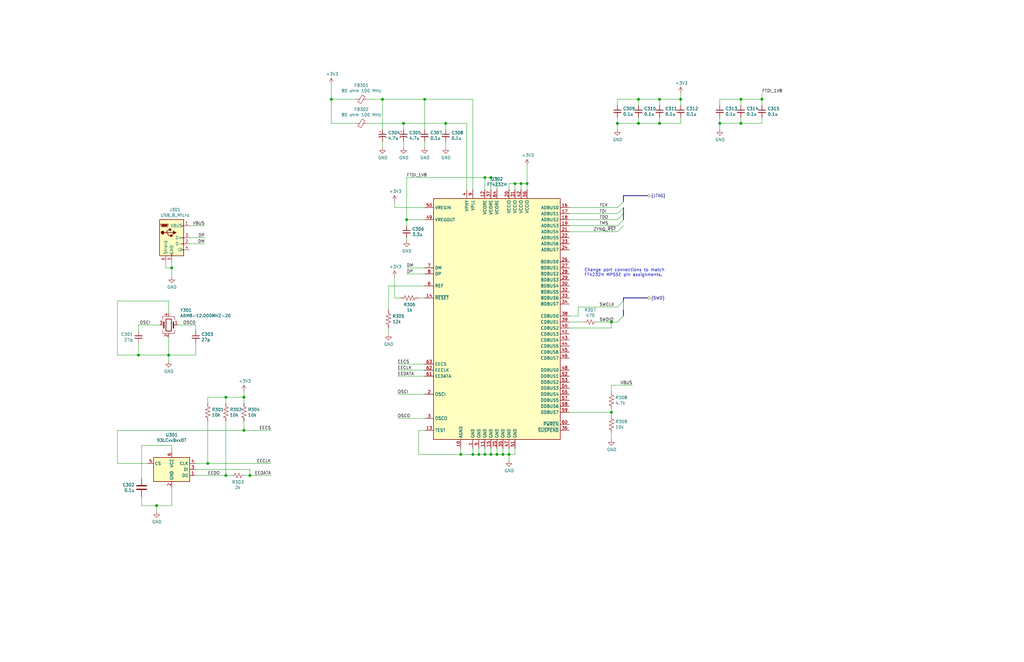
<source format=kicad_sch>
(kicad_sch (version 20200714) (host eeschema "5.99.0-unknown-a146cd9~102~ubuntu20.04.1")
  (page 3 15)
  (paper "B")
  (title_block (title "FTDI") (date "2020-07-15") (rev "1.0") (comment 1 "Drawn by: Cameron McQuinn"))
  (lib_symbols
    (symbol "Connector:USB_B_Micro"
      (property "Reference" "J" (at -5.08 11.43 0))
      (property "Value" "USB_B_Micro" (at -5.08 8.89 0))
      (symbol "USB_B_Micro_0_1"
        (circle (center -3.81 2.159) (radius 0.635) (stroke (width 0.254)) (fill (type outline)))
        (circle (center -0.635 3.429) (radius 0.381) (stroke (width 0.254)) (fill (type outline)))
        (rectangle (start -5.08 -7.62) (end 5.08 7.62) (stroke (width 0.254)) (fill (type background)))
        (rectangle (start -0.127 -7.62) (end 0.127 -6.858))
        (rectangle (start 0.254 1.27) (end -0.508 0.508) (stroke (width 0.254)) (fill (type outline)))
        (rectangle (start 5.08 -5.207) (end 4.318 -4.953))
        (rectangle (start 5.08 -2.667) (end 4.318 -2.413))
        (rectangle (start 5.08 -0.127) (end 4.318 0.127))
        (rectangle (start 5.08 4.953) (end 4.318 5.207))
        (polyline (pts (xy -1.905 2.159) (xy 0.635 2.159)) (stroke (width 0.254)))
        (polyline (pts (xy -3.175 2.159) (xy -2.54 2.159) (xy -1.27 3.429) (xy -0.635 3.429)) (stroke (width 0.254)))
        (polyline (pts (xy -2.54 2.159) (xy -1.905 2.159) (xy -1.27 0.889) (xy 0 0.889)) (stroke (width 0.254)))
        (polyline (pts (xy 0.635 2.794) (xy 0.635 1.524) (xy 1.905 2.159) (xy 0.635 2.794)) (stroke (width 0.254)) (fill (type outline)))
        (polyline (pts (xy -4.318 5.588) (xy -1.778 5.588) (xy -2.032 4.826) (xy -4.064 4.826) (xy -4.318 5.588)) (fill (type outline)))
        (polyline (pts (xy -4.699 5.842) (xy -4.699 5.588) (xy -4.445 4.826) (xy -4.445 4.572) (xy -1.651 4.572) (xy -1.651 4.826) (xy -1.397 5.588) (xy -1.397 5.842) (xy -4.699 5.842)))
      )
      (symbol "USB_B_Micro_1_1"
        (pin power_out line (at 7.62 5.08 180) (length 2.54) (name "VBUS") (number "1"))
        (pin passive line (at 7.62 -2.54 180) (length 2.54) (name "D-") (number "2"))
        (pin passive line (at 7.62 0 180) (length 2.54) (name "D+") (number "3"))
        (pin passive line (at 7.62 -5.08 180) (length 2.54) (name "ID") (number "4"))
        (pin power_out line (at 0 -10.16 90) (length 2.54) (name "GND") (number "5"))
        (pin passive line (at -2.54 -10.16 90) (length 2.54) (name "Shield") (number "6"))
      )
    )
    (symbol "Device:C" (pin_numbers hide) (pin_names (offset 0.254))
      (property "Reference" "C" (at 0.635 2.54 0))
      (property "Value" "C" (at 0.635 -2.54 0))
      (symbol "C_0_1"
        (polyline (pts (xy -2.032 -0.762) (xy 2.032 -0.762)) (stroke (width 0.508)))
        (polyline (pts (xy -2.032 0.762) (xy 2.032 0.762)) (stroke (width 0.508)))
      )
      (symbol "C_1_1"
        (pin passive line (at 0 3.81 270) (length 2.794) (name "~") (number "1"))
        (pin passive line (at 0 -3.81 90) (length 2.794) (name "~") (number "2"))
      )
    )
    (symbol "Device:CP1_Small" (pin_numbers hide) (pin_names (offset 0.254) hide)
      (property "Reference" "C" (at 0.254 1.778 0))
      (property "Value" "CP1_Small" (at 0.254 -2.032 0))
      (symbol "CP1_Small_0_1"
        (arc (start -1.524 -0.762) (end 1.524 -0.762) (radius (at 0 -3.556) (length 3.175) (angles 118.6 61.4)) (stroke (width 0.3048)))
        (polyline (pts (xy -1.524 0.508) (xy 1.524 0.508)) (stroke (width 0.3048)))
        (polyline (pts (xy -1.27 1.524) (xy -0.762 1.524)))
        (polyline (pts (xy -1.016 1.27) (xy -1.016 1.778)))
      )
      (symbol "CP1_Small_1_1"
        (pin passive line (at 0 2.54 270) (length 2.032) (name "~") (number "1"))
        (pin passive line (at 0 -2.54 90) (length 2.032) (name "~") (number "2"))
      )
    )
    (symbol "Device:C_Small" (pin_numbers hide) (pin_names (offset 0.254) hide)
      (property "Reference" "C" (at 0.254 1.778 0))
      (property "Value" "C_Small" (at 0.254 -2.032 0))
      (symbol "C_Small_0_1"
        (polyline (pts (xy -1.524 -0.508) (xy 1.524 -0.508)) (stroke (width 0.3302)))
        (polyline (pts (xy -1.524 0.508) (xy 1.524 0.508)) (stroke (width 0.3048)))
      )
      (symbol "C_Small_1_1"
        (pin passive line (at 0 2.54 270) (length 2.032) (name "~") (number "1"))
        (pin passive line (at 0 -2.54 90) (length 2.032) (name "~") (number "2"))
      )
    )
    (symbol "Device:Crystal_GND24" (pin_names hide)
      (property "Reference" "Y" (at 3.175 5.08 0))
      (property "Value" "Crystal_GND24" (at 3.175 3.175 0))
      (symbol "Crystal_GND24_0_1"
        (rectangle (start -1.143 2.54) (end 1.143 -2.54) (stroke (width 0.3048)))
        (polyline (pts (xy -2.54 0) (xy -2.032 0)))
        (polyline (pts (xy -2.032 -1.27) (xy -2.032 1.27)) (stroke (width 0.508)))
        (polyline (pts (xy 0 -3.81) (xy 0 -3.556)))
        (polyline (pts (xy 0 3.556) (xy 0 3.81)))
        (polyline (pts (xy 2.032 -1.27) (xy 2.032 1.27)) (stroke (width 0.508)))
        (polyline (pts (xy 2.032 0) (xy 2.54 0)))
        (polyline (pts (xy -2.54 -2.286) (xy -2.54 -3.556) (xy 2.54 -3.556) (xy 2.54 -2.286)))
        (polyline (pts (xy -2.54 2.286) (xy -2.54 3.556) (xy 2.54 3.556) (xy 2.54 2.286)))
      )
      (symbol "Crystal_GND24_1_1"
        (pin passive line (at -3.81 0 0) (length 1.27) (name "1") (number "1"))
        (pin passive line (at 0 5.08 270) (length 1.27) (name "2") (number "2"))
        (pin passive line (at 3.81 0 180) (length 1.27) (name "3") (number "3"))
        (pin passive line (at 0 -5.08 90) (length 1.27) (name "4") (number "4"))
      )
    )
    (symbol "Device:Ferrite_Bead_Small" (pin_numbers hide) (pin_names (offset 0))
      (property "Reference" "FB" (at 1.905 1.27 0))
      (property "Value" "Ferrite_Bead_Small" (at 1.905 -1.27 0))
      (symbol "Ferrite_Bead_Small_0_1"
        (polyline (pts (xy 0 -1.27) (xy 0 -0.7874)))
        (polyline (pts (xy 0 0.889) (xy 0 1.2954)))
        (polyline (pts (xy -1.8288 0.2794) (xy -1.1176 1.4986) (xy 1.8288 -0.2032) (xy 1.1176 -1.4224) (xy -1.8288 0.2794)))
      )
      (symbol "Ferrite_Bead_Small_1_1"
        (pin passive line (at 0 2.54 270) (length 1.27) (name "~") (number "1"))
        (pin passive line (at 0 -2.54 90) (length 1.27) (name "~") (number "2"))
      )
    )
    (symbol "Device:R_Small_US" (pin_numbers hide) (pin_names (offset 0.254) hide)
      (property "Reference" "R" (at 0.762 0.508 0))
      (property "Value" "R_Small_US" (at 0.762 -1.016 0))
      (symbol "R_Small_US_1_1"
        (polyline (pts (xy 0 0) (xy 1.016 -0.381) (xy 0 -0.762) (xy -1.016 -1.143) (xy 0 -1.524)))
        (polyline (pts (xy 0 1.524) (xy 1.016 1.143) (xy 0 0.762) (xy -1.016 0.381) (xy 0 0)))
        (pin passive line (at 0 2.54 270) (length 1.016) (name "~") (number "1"))
        (pin passive line (at 0 -2.54 90) (length 1.016) (name "~") (number "2"))
      )
    )
    (symbol "Device:R_US" (pin_numbers hide) (pin_names (offset 0))
      (property "Reference" "R" (at 2.54 0 90))
      (property "Value" "R_US" (at -2.54 0 90))
      (symbol "R_US_0_1"
        (polyline (pts (xy 0 -2.286) (xy 0 -2.54)))
        (polyline (pts (xy 0 2.286) (xy 0 2.54)))
        (polyline (pts (xy 0 -0.762) (xy 1.016 -1.143) (xy 0 -1.524) (xy -1.016 -1.905) (xy 0 -2.286)))
        (polyline (pts (xy 0 0.762) (xy 1.016 0.381) (xy 0 0) (xy -1.016 -0.381) (xy 0 -0.762)))
        (polyline (pts (xy 0 2.286) (xy 1.016 1.905) (xy 0 1.524) (xy -1.016 1.143) (xy 0 0.762)))
      )
      (symbol "R_US_1_1"
        (pin passive line (at 0 3.81 270) (length 1.27) (name "~") (number "1"))
        (pin passive line (at 0 -3.81 90) (length 1.27) (name "~") (number "2"))
      )
    )
    (symbol "Interface_USB:FT4232H" (pin_names (offset 0.508))
      (property "Reference" "U" (at -26.67 53.34 0))
      (property "Value" "FT4232H" (at 19.05 53.34 0))
      (symbol "FT4232H_0_1"
        (rectangle (start -26.67 -49.53) (end 26.67 52.07) (stroke (width 0.254)) (fill (type background)))
      )
      (symbol "FT4232H_1_1"
        (pin power_in line (at -10.16 -53.34 90) (length 3.81) (name "GND") (number "1"))
        (pin power_in line (at -15.24 -53.34 90) (length 3.81) (name "AGND") (number "10"))
        (pin power_in line (at -5.08 -53.34 90) (length 3.81) (name "GND") (number "11"))
        (pin power_in line (at -5.08 55.88 270) (length 3.81) (name "VCORE") (number "12"))
        (pin input line (at -30.48 -45.72 0) (length 3.81) (name "TEST") (number "13"))
        (pin input line (at -30.48 10.16 0) (length 3.81) (name "~RESET") (number "14"))
        (pin power_in line (at -2.54 -53.34 90) (length 3.81) (name "GND") (number "15"))
        (pin bidirectional line (at 30.48 48.26 180) (length 3.81) (name "ADBUS0") (number "16"))
        (pin bidirectional line (at 30.48 45.72 180) (length 3.81) (name "ADBUS1") (number "17"))
        (pin bidirectional line (at 30.48 43.18 180) (length 3.81) (name "ADBUS2") (number "18"))
        (pin bidirectional line (at 30.48 40.64 180) (length 3.81) (name "ADBUS3") (number "19"))
        (pin input line (at -30.48 -30.48 0) (length 3.81) (name "OSCI") (number "2"))
        (pin power_in line (at 5.08 55.88 270) (length 3.81) (name "VCCIO") (number "20"))
        (pin bidirectional line (at 30.48 38.1 180) (length 3.81) (name "ADBUS4") (number "21"))
        (pin bidirectional line (at 30.48 35.56 180) (length 3.81) (name "ADBUS5") (number "22"))
        (pin bidirectional line (at 30.48 33.02 180) (length 3.81) (name "ADBUS6") (number "23"))
        (pin bidirectional line (at 30.48 30.48 180) (length 3.81) (name "ADBUS7") (number "24"))
        (pin power_in line (at 0 -53.34 90) (length 3.81) (name "GND") (number "25"))
        (pin bidirectional line (at 30.48 25.4 180) (length 3.81) (name "BDBUS0") (number "26"))
        (pin bidirectional line (at 30.48 22.86 180) (length 3.81) (name "BDBUS1") (number "27"))
        (pin bidirectional line (at 30.48 20.32 180) (length 3.81) (name "BDBUS2") (number "28"))
        (pin bidirectional line (at 30.48 17.78 180) (length 3.81) (name "BDBUS3") (number "29"))
        (pin output line (at -30.48 -40.64 0) (length 3.81) (name "OSCO") (number "3"))
        (pin bidirectional line (at 30.48 15.24 180) (length 3.81) (name "BDBUS4") (number "30"))
        (pin power_in line (at 7.62 55.88 270) (length 3.81) (name "VCCIO") (number "31"))
        (pin bidirectional line (at 30.48 12.7 180) (length 3.81) (name "BDBUS5") (number "32"))
        (pin bidirectional line (at 30.48 10.16 180) (length 3.81) (name "BDBUS6") (number "33"))
        (pin bidirectional line (at 30.48 7.62 180) (length 3.81) (name "BDBUS7") (number "34"))
        (pin power_in line (at 2.54 -53.34 90) (length 3.81) (name "GND") (number "35"))
        (pin output line (at 30.48 -45.72 180) (length 3.81) (name "~SUSPEND") (number "36"))
        (pin power_in line (at -2.54 55.88 270) (length 3.81) (name "VCORE") (number "37"))
        (pin bidirectional line (at 30.48 2.54 180) (length 3.81) (name "CDBUS0") (number "38"))
        (pin bidirectional line (at 30.48 0 180) (length 3.81) (name "CDBUS1") (number "39"))
        (pin power_in line (at -12.7 55.88 270) (length 3.81) (name "VPHY") (number "4"))
        (pin bidirectional line (at 30.48 -2.54 180) (length 3.81) (name "CDBUS2") (number "40"))
        (pin bidirectional line (at 30.48 -5.08 180) (length 3.81) (name "CDBUS3") (number "41"))
        (pin power_in line (at 10.16 55.88 270) (length 3.81) (name "VCCIO") (number "42"))
        (pin bidirectional line (at 30.48 -7.62 180) (length 3.81) (name "CDBUS4") (number "43"))
        (pin bidirectional line (at 30.48 -10.16 180) (length 3.81) (name "CDBUS5") (number "44"))
        (pin bidirectional line (at 30.48 -12.7 180) (length 3.81) (name "CDBUS6") (number "45"))
        (pin bidirectional line (at 30.48 -15.24 180) (length 3.81) (name "CDBUS7") (number "46"))
        (pin power_in line (at 5.08 -53.34 90) (length 3.81) (name "GND") (number "47"))
        (pin bidirectional line (at 30.48 -20.32 180) (length 3.81) (name "DDBUS0") (number "48"))
        (pin power_out line (at -30.48 43.18 0) (length 3.81) (name "VREGOUT") (number "49"))
        (pin power_in line (at -7.62 -53.34 90) (length 3.81) (name "GND") (number "5"))
        (pin power_in line (at -30.48 48.26 0) (length 3.81) (name "VREGIN") (number "50"))
        (pin power_in line (at 7.62 -53.34 90) (length 3.81) (name "GND") (number "51"))
        (pin bidirectional line (at 30.48 -22.86 180) (length 3.81) (name "DDBUS1") (number "52"))
        (pin bidirectional line (at 30.48 -25.4 180) (length 3.81) (name "DDBUS2") (number "53"))
        (pin bidirectional line (at 30.48 -27.94 180) (length 3.81) (name "DDBUS3") (number "54"))
        (pin bidirectional line (at 30.48 -30.48 180) (length 3.81) (name "DDBUS4") (number "55"))
        (pin power_in line (at 12.7 55.88 270) (length 3.81) (name "VCCIO") (number "56"))
        (pin bidirectional line (at 30.48 -33.02 180) (length 3.81) (name "DDBUS5") (number "57"))
        (pin bidirectional line (at 30.48 -35.56 180) (length 3.81) (name "DDBUS6") (number "58"))
        (pin bidirectional line (at 30.48 -38.1 180) (length 3.81) (name "DDBUS7") (number "59"))
        (pin input line (at -30.48 15.24 0) (length 3.81) (name "REF") (number "6"))
        (pin output line (at 30.48 -43.18 180) (length 3.81) (name "~PWREN") (number "60"))
        (pin bidirectional line (at -30.48 -22.86 0) (length 3.81) (name "EEDATA") (number "61"))
        (pin output line (at -30.48 -20.32 0) (length 3.81) (name "EECLK") (number "62"))
        (pin output line (at -30.48 -17.78 0) (length 3.81) (name "EECS") (number "63"))
        (pin power_in line (at 0 55.88 270) (length 3.81) (name "VCORE") (number "64"))
        (pin bidirectional line (at -30.48 22.86 0) (length 3.81) (name "DM") (number "7"))
        (pin bidirectional line (at -30.48 20.32 0) (length 3.81) (name "DP") (number "8"))
        (pin power_in line (at -10.16 55.88 270) (length 3.81) (name "VPLL") (number "9"))
      )
    )
    (symbol "Memory_EEPROM:93LCxxBxxOT" (pin_names (offset 0.508))
      (property "Reference" "U" (at -6.35 6.35 0))
      (property "Value" "93LCxxBxxOT" (at 7.62 -6.35 0))
      (symbol "93LCxxBxxOT_0_1"
        (rectangle (start -7.62 5.08) (end 7.62 -5.08) (stroke (width 0.254)) (fill (type background)))
      )
      (symbol "93LCxxBxxOT_1_1"
        (pin tri_state line (at 10.16 -2.54 180) (length 2.54) (name "DO") (number "1"))
        (pin power_in line (at 0 -7.62 90) (length 2.54) (name "GND") (number "2"))
        (pin input line (at 10.16 0 180) (length 2.54) (name "DI") (number "3"))
        (pin input line (at 10.16 2.54 180) (length 2.54) (name "CLK") (number "4"))
        (pin input line (at -10.16 2.54 0) (length 2.54) (name "CS") (number "5"))
        (pin power_in line (at 0 7.62 270) (length 2.54) (name "VCC") (number "6"))
      )
    )
    (symbol "power:+3V3" (power) (pin_names (offset 0))
      (property "Value" "+3V3" (at 0 3.556 0))
      (symbol "+3V3_0_1"
        (polyline (pts (xy -0.762 1.27) (xy 0 2.54)))
        (polyline (pts (xy 0 0) (xy 0 2.54)))
        (polyline (pts (xy 0 2.54) (xy 0.762 1.27)))
      )
      (symbol "+3V3_1_1"
        (pin power_in line (at 0 0 90) (length 0) hide (name "+3V3") (number "1"))
      )
    )
    (symbol "power:GND" (power) (pin_names (offset 0))
      (property "Value" "GND" (at 0 -3.81 0))
      (symbol "GND_0_1"
        (polyline (pts (xy 0 0) (xy 0 -1.27) (xy 1.27 -1.27) (xy 0 -2.54) (xy -1.27 -1.27) (xy 0 -1.27)))
      )
      (symbol "GND_1_1"
        (pin power_in line (at 0 0 270) (length 0) hide (name "GND") (number "1"))
      )
    )
  )
  (junction (at 58.42 149.86) (diameter 1.016))
  (junction (at 66.04 213.36) (diameter 1.016))
  (junction (at 71.12 149.86) (diameter 1.016))
  (junction (at 72.39 113.03) (diameter 1.016))
  (junction (at 87.63 195.58) (diameter 1.016))
  (junction (at 95.25 167.64) (diameter 1.016))
  (junction (at 95.25 200.66) (diameter 1.016))
  (junction (at 102.87 167.64) (diameter 1.016))
  (junction (at 102.87 181.61) (diameter 1.016))
  (junction (at 105.41 200.66) (diameter 1.016))
  (junction (at 139.7 41.91) (diameter 1.016))
  (junction (at 161.29 41.91) (diameter 1.016))
  (junction (at 170.18 52.07) (diameter 1.016))
  (junction (at 171.45 92.71) (diameter 1.016))
  (junction (at 179.07 41.91) (diameter 1.016))
  (junction (at 187.96 52.07) (diameter 1.016))
  (junction (at 194.31 191.77) (diameter 1.016))
  (junction (at 199.39 191.77) (diameter 1.016))
  (junction (at 201.93 191.77) (diameter 1.016))
  (junction (at 204.47 74.93) (diameter 1.016))
  (junction (at 204.47 191.77) (diameter 1.016))
  (junction (at 207.01 74.93) (diameter 1.016))
  (junction (at 207.01 191.77) (diameter 1.016))
  (junction (at 209.55 191.77) (diameter 1.016))
  (junction (at 212.09 191.77) (diameter 1.016))
  (junction (at 214.63 191.77) (diameter 1.016))
  (junction (at 217.17 77.47) (diameter 1.016))
  (junction (at 219.71 77.47) (diameter 1.016))
  (junction (at 222.25 77.47) (diameter 1.016))
  (junction (at 257.81 135.89) (diameter 1.016))
  (junction (at 257.81 173.99) (diameter 1.016))
  (junction (at 260.35 52.07) (diameter 1.016))
  (junction (at 269.24 41.91) (diameter 1.016))
  (junction (at 269.24 52.07) (diameter 1.016))
  (junction (at 278.13 41.91) (diameter 1.016))
  (junction (at 278.13 52.07) (diameter 1.016))
  (junction (at 287.02 41.91) (diameter 1.016))
  (junction (at 303.53 52.07) (diameter 1.016))
  (junction (at 312.42 41.91) (diameter 1.016))
  (junction (at 312.42 52.07) (diameter 1.016))
  (junction (at 321.31 41.91) (diameter 1.016))
  (bus_entry (at 260.35 129.54) (size 2.54 -2.54) (stroke (width 0.1524)))
  (bus_entry (at 260.35 135.89) (size 2.54 -2.54) (stroke (width 0.1524)))
  (bus_entry (at 262.89 85.09) (size -2.54 2.54) (stroke (width 0.1524)))
  (bus_entry (at 262.89 87.63) (size -2.54 2.54) (stroke (width 0.1524)))
  (bus_entry (at 262.89 90.17) (size -2.54 2.54) (stroke (width 0.1524)))
  (bus_entry (at 262.89 92.71) (size -2.54 2.54) (stroke (width 0.1524)))
  (bus_entry (at 262.89 95.25) (size -2.54 2.54) (stroke (width 0.1524)))
  (wire (pts (xy 49.53 127) (xy 49.53 149.86)))
  (wire (pts (xy 49.53 149.86) (xy 58.42 149.86)))
  (wire (pts (xy 49.53 181.61) (xy 49.53 195.58)))
  (wire (pts (xy 49.53 181.61) (xy 102.87 181.61)))
  (wire (pts (xy 49.53 195.58) (xy 62.23 195.58)))
  (wire (pts (xy 58.42 137.16) (xy 58.42 139.7)))
  (wire (pts (xy 58.42 149.86) (xy 58.42 144.78)))
  (wire (pts (xy 58.42 149.86) (xy 71.12 149.86)))
  (wire (pts (xy 59.69 187.96) (xy 72.39 187.96)))
  (wire (pts (xy 59.69 201.93) (xy 59.69 187.96)))
  (wire (pts (xy 59.69 213.36) (xy 59.69 209.55)))
  (wire (pts (xy 66.04 213.36) (xy 59.69 213.36)))
  (wire (pts (xy 66.04 213.36) (xy 66.04 215.9)))
  (wire (pts (xy 67.31 137.16) (xy 58.42 137.16)))
  (wire (pts (xy 69.85 113.03) (xy 69.85 110.49)))
  (wire (pts (xy 71.12 127) (xy 49.53 127)))
  (wire (pts (xy 71.12 132.08) (xy 71.12 127)))
  (wire (pts (xy 71.12 142.24) (xy 71.12 149.86)))
  (wire (pts (xy 71.12 149.86) (xy 71.12 152.4)))
  (wire (pts (xy 71.12 149.86) (xy 82.55 149.86)))
  (wire (pts (xy 72.39 110.49) (xy 72.39 113.03)))
  (wire (pts (xy 72.39 113.03) (xy 69.85 113.03)))
  (wire (pts (xy 72.39 116.84) (xy 72.39 113.03)))
  (wire (pts (xy 72.39 187.96) (xy 72.39 190.5)))
  (wire (pts (xy 72.39 205.74) (xy 72.39 213.36)))
  (wire (pts (xy 72.39 213.36) (xy 66.04 213.36)))
  (wire (pts (xy 74.93 137.16) (xy 82.55 137.16)))
  (wire (pts (xy 80.01 95.25) (xy 86.36 95.25)))
  (wire (pts (xy 80.01 100.33) (xy 86.36 100.33)))
  (wire (pts (xy 80.01 102.87) (xy 86.36 102.87)))
  (wire (pts (xy 82.55 137.16) (xy 82.55 139.7)))
  (wire (pts (xy 82.55 149.86) (xy 82.55 144.78)))
  (wire (pts (xy 82.55 195.58) (xy 87.63 195.58)))
  (wire (pts (xy 82.55 198.12) (xy 105.41 198.12)))
  (wire (pts (xy 82.55 200.66) (xy 95.25 200.66)))
  (wire (pts (xy 87.63 167.64) (xy 87.63 170.18)))
  (wire (pts (xy 87.63 167.64) (xy 95.25 167.64)))
  (wire (pts (xy 87.63 177.8) (xy 87.63 195.58)))
  (wire (pts (xy 87.63 195.58) (xy 114.3 195.58)))
  (wire (pts (xy 95.25 167.64) (xy 102.87 167.64)))
  (wire (pts (xy 95.25 170.18) (xy 95.25 167.64)))
  (wire (pts (xy 95.25 177.8) (xy 95.25 200.66)))
  (wire (pts (xy 95.25 200.66) (xy 97.79 200.66)))
  (wire (pts (xy 102.87 165.1) (xy 102.87 167.64)))
  (wire (pts (xy 102.87 167.64) (xy 102.87 170.18)))
  (wire (pts (xy 102.87 177.8) (xy 102.87 181.61)))
  (wire (pts (xy 102.87 181.61) (xy 114.3 181.61)))
  (wire (pts (xy 102.87 200.66) (xy 105.41 200.66)))
  (wire (pts (xy 105.41 200.66) (xy 105.41 198.12)))
  (wire (pts (xy 105.41 200.66) (xy 114.3 200.66)))
  (wire (pts (xy 139.7 35.56) (xy 139.7 41.91)))
  (wire (pts (xy 139.7 41.91) (xy 139.7 52.07)))
  (wire (pts (xy 139.7 41.91) (xy 149.86 41.91)))
  (wire (pts (xy 139.7 52.07) (xy 149.86 52.07)))
  (wire (pts (xy 154.94 41.91) (xy 161.29 41.91)))
  (wire (pts (xy 154.94 52.07) (xy 170.18 52.07)))
  (wire (pts (xy 161.29 41.91) (xy 161.29 54.61)))
  (wire (pts (xy 161.29 41.91) (xy 179.07 41.91)))
  (wire (pts (xy 161.29 59.69) (xy 161.29 62.23)))
  (wire (pts (xy 163.83 120.65) (xy 163.83 130.81)))
  (wire (pts (xy 163.83 138.43) (xy 163.83 140.97)))
  (wire (pts (xy 166.37 85.09) (xy 166.37 87.63)))
  (wire (pts (xy 166.37 87.63) (xy 179.07 87.63)))
  (wire (pts (xy 166.37 116.84) (xy 166.37 125.73)))
  (wire (pts (xy 166.37 125.73) (xy 168.91 125.73)))
  (wire (pts (xy 167.64 153.67) (xy 179.07 153.67)))
  (wire (pts (xy 167.64 156.21) (xy 179.07 156.21)))
  (wire (pts (xy 167.64 158.75) (xy 179.07 158.75)))
  (wire (pts (xy 167.64 166.37) (xy 179.07 166.37)))
  (wire (pts (xy 167.64 176.53) (xy 179.07 176.53)))
  (wire (pts (xy 170.18 52.07) (xy 187.96 52.07)))
  (wire (pts (xy 170.18 54.61) (xy 170.18 52.07)))
  (wire (pts (xy 170.18 59.69) (xy 170.18 62.23)))
  (wire (pts (xy 171.45 74.93) (xy 204.47 74.93)))
  (wire (pts (xy 171.45 92.71) (xy 171.45 74.93)))
  (wire (pts (xy 171.45 92.71) (xy 171.45 95.25)))
  (wire (pts (xy 171.45 92.71) (xy 179.07 92.71)))
  (wire (pts (xy 171.45 100.33) (xy 171.45 101.6)))
  (wire (pts (xy 171.45 113.03) (xy 179.07 113.03)))
  (wire (pts (xy 171.45 115.57) (xy 179.07 115.57)))
  (wire (pts (xy 176.53 125.73) (xy 179.07 125.73)))
  (wire (pts (xy 176.53 181.61) (xy 176.53 191.77)))
  (wire (pts (xy 176.53 191.77) (xy 194.31 191.77)))
  (wire (pts (xy 179.07 41.91) (xy 179.07 54.61)))
  (wire (pts (xy 179.07 41.91) (xy 199.39 41.91)))
  (wire (pts (xy 179.07 59.69) (xy 179.07 62.23)))
  (wire (pts (xy 179.07 120.65) (xy 163.83 120.65)))
  (wire (pts (xy 179.07 181.61) (xy 176.53 181.61)))
  (wire (pts (xy 187.96 52.07) (xy 187.96 54.61)))
  (wire (pts (xy 187.96 52.07) (xy 196.85 52.07)))
  (wire (pts (xy 187.96 59.69) (xy 187.96 62.23)))
  (wire (pts (xy 194.31 189.23) (xy 194.31 191.77)))
  (wire (pts (xy 194.31 191.77) (xy 199.39 191.77)))
  (wire (pts (xy 196.85 52.07) (xy 196.85 80.01)))
  (wire (pts (xy 199.39 41.91) (xy 199.39 80.01)))
  (wire (pts (xy 199.39 189.23) (xy 199.39 191.77)))
  (wire (pts (xy 199.39 191.77) (xy 201.93 191.77)))
  (wire (pts (xy 201.93 189.23) (xy 201.93 191.77)))
  (wire (pts (xy 201.93 191.77) (xy 204.47 191.77)))
  (wire (pts (xy 204.47 74.93) (xy 207.01 74.93)))
  (wire (pts (xy 204.47 80.01) (xy 204.47 74.93)))
  (wire (pts (xy 204.47 191.77) (xy 204.47 189.23)))
  (wire (pts (xy 204.47 191.77) (xy 207.01 191.77)))
  (wire (pts (xy 207.01 74.93) (xy 207.01 80.01)))
  (wire (pts (xy 207.01 191.77) (xy 207.01 189.23)))
  (wire (pts (xy 207.01 191.77) (xy 209.55 191.77)))
  (wire (pts (xy 209.55 74.93) (xy 207.01 74.93)))
  (wire (pts (xy 209.55 74.93) (xy 209.55 80.01)))
  (wire (pts (xy 209.55 191.77) (xy 209.55 189.23)))
  (wire (pts (xy 209.55 191.77) (xy 212.09 191.77)))
  (wire (pts (xy 212.09 189.23) (xy 212.09 191.77)))
  (wire (pts (xy 212.09 191.77) (xy 214.63 191.77)))
  (wire (pts (xy 214.63 77.47) (xy 217.17 77.47)))
  (wire (pts (xy 214.63 80.01) (xy 214.63 77.47)))
  (wire (pts (xy 214.63 191.77) (xy 214.63 189.23)))
  (wire (pts (xy 214.63 191.77) (xy 214.63 194.31)))
  (wire (pts (xy 214.63 191.77) (xy 217.17 191.77)))
  (wire (pts (xy 217.17 77.47) (xy 217.17 80.01)))
  (wire (pts (xy 217.17 77.47) (xy 219.71 77.47)))
  (wire (pts (xy 217.17 191.77) (xy 217.17 189.23)))
  (wire (pts (xy 219.71 77.47) (xy 219.71 80.01)))
  (wire (pts (xy 219.71 77.47) (xy 222.25 77.47)))
  (wire (pts (xy 222.25 69.85) (xy 222.25 77.47)))
  (wire (pts (xy 222.25 77.47) (xy 222.25 80.01)))
  (wire (pts (xy 240.03 87.63) (xy 260.35 87.63)))
  (wire (pts (xy 240.03 90.17) (xy 260.35 90.17)))
  (wire (pts (xy 240.03 92.71) (xy 260.35 92.71)))
  (wire (pts (xy 240.03 95.25) (xy 260.35 95.25)))
  (wire (pts (xy 240.03 97.79) (xy 260.35 97.79)))
  (wire (pts (xy 240.03 133.35) (xy 243.84 133.35)))
  (wire (pts (xy 240.03 135.89) (xy 246.38 135.89)))
  (wire (pts (xy 240.03 138.43) (xy 257.81 138.43)))
  (wire (pts (xy 240.03 173.99) (xy 257.81 173.99)))
  (wire (pts (xy 243.84 129.54) (xy 260.35 129.54)))
  (wire (pts (xy 243.84 133.35) (xy 243.84 129.54)))
  (wire (pts (xy 251.46 135.89) (xy 257.81 135.89)))
  (wire (pts (xy 257.81 135.89) (xy 260.35 135.89)))
  (wire (pts (xy 257.81 138.43) (xy 257.81 135.89)))
  (wire (pts (xy 257.81 162.56) (xy 266.7 162.56)))
  (wire (pts (xy 257.81 165.1) (xy 257.81 162.56)))
  (wire (pts (xy 257.81 172.72) (xy 257.81 173.99)))
  (wire (pts (xy 257.81 173.99) (xy 257.81 175.26)))
  (wire (pts (xy 257.81 182.88) (xy 257.81 185.42)))
  (wire (pts (xy 260.35 41.91) (xy 269.24 41.91)))
  (wire (pts (xy 260.35 44.45) (xy 260.35 41.91)))
  (wire (pts (xy 260.35 49.53) (xy 260.35 52.07)))
  (wire (pts (xy 260.35 52.07) (xy 260.35 54.61)))
  (wire (pts (xy 260.35 52.07) (xy 269.24 52.07)))
  (wire (pts (xy 269.24 41.91) (xy 269.24 44.45)))
  (wire (pts (xy 269.24 41.91) (xy 278.13 41.91)))
  (wire (pts (xy 269.24 52.07) (xy 269.24 49.53)))
  (wire (pts (xy 269.24 52.07) (xy 278.13 52.07)))
  (wire (pts (xy 278.13 41.91) (xy 278.13 44.45)))
  (wire (pts (xy 278.13 41.91) (xy 287.02 41.91)))
  (wire (pts (xy 278.13 49.53) (xy 278.13 52.07)))
  (wire (pts (xy 278.13 52.07) (xy 287.02 52.07)))
  (wire (pts (xy 287.02 39.37) (xy 287.02 41.91)))
  (wire (pts (xy 287.02 41.91) (xy 287.02 44.45)))
  (wire (pts (xy 287.02 49.53) (xy 287.02 52.07)))
  (wire (pts (xy 303.53 41.91) (xy 312.42 41.91)))
  (wire (pts (xy 303.53 44.45) (xy 303.53 41.91)))
  (wire (pts (xy 303.53 49.53) (xy 303.53 52.07)))
  (wire (pts (xy 303.53 52.07) (xy 303.53 54.61)))
  (wire (pts (xy 303.53 52.07) (xy 312.42 52.07)))
  (wire (pts (xy 312.42 41.91) (xy 312.42 44.45)))
  (wire (pts (xy 312.42 41.91) (xy 321.31 41.91)))
  (wire (pts (xy 312.42 49.53) (xy 312.42 52.07)))
  (wire (pts (xy 312.42 52.07) (xy 321.31 52.07)))
  (wire (pts (xy 321.31 39.37) (xy 321.31 41.91)))
  (wire (pts (xy 321.31 41.91) (xy 321.31 44.45)))
  (wire (pts (xy 321.31 49.53) (xy 321.31 52.07)))
  (bus (pts (xy 262.89 82.55) (xy 262.89 87.63)))
  (bus (pts (xy 262.89 87.63) (xy 262.89 90.17)))
  (bus (pts (xy 262.89 90.17) (xy 262.89 95.25)))
  (bus (pts (xy 262.89 125.73) (xy 262.89 127)))
  (bus (pts (xy 262.89 125.73) (xy 273.05 125.73)))
  (bus (pts (xy 262.89 127) (xy 262.89 130.81)) (stroke (width 0.1524)))
  (bus (pts (xy 262.89 130.81) (xy 262.89 133.35)))
  (bus (pts (xy 273.05 82.55) (xy 262.89 82.55)))
  (text "Change port connections to match\nFT4232H MPSSE pin assignments." (at 246.38 116.84 0) (effects (font (size 1.27 1.27)) (justify left bottom)))
  (label "OSCI" (at 63.5 137.16 180))
  (label "OSCO" (at 82.55 137.16 180))
  (label "VBUS" (at 86.36 95.25 180))
  (label "DP" (at 86.36 100.33 180))
  (label "DM" (at 86.36 102.87 180))
  (label "EEDO" (at 92.71 200.66 180))
  (label "EECS" (at 114.3 181.61 180))
  (label "EECLK" (at 114.3 195.58 180))
  (label "EEDATA" (at 114.3 200.66 180))
  (label "EECS" (at 167.64 153.67 0))
  (label "EECLK" (at 167.64 156.21 0))
  (label "EEDATA" (at 167.64 158.75 0))
  (label "OSCI" (at 167.64 166.37 0))
  (label "OSCO" (at 167.64 176.53 0))
  (label "FTDI_1V8" (at 171.45 74.93 0))
  (label "DM" (at 171.45 113.03 0))
  (label "DP" (at 171.45 115.57 0))
  (label "ZYNQ_~RST" (at 250.19 97.79 0))
  (label "TCK" (at 252.73 87.63 0))
  (label "TDI" (at 252.73 90.17 0))
  (label "TDO" (at 252.73 92.71 0))
  (label "TMS" (at 252.73 95.25 0))
  (label "SWCLK" (at 252.73 129.54 0))
  (label "SWDIO" (at 252.73 135.89 0))
  (label "VBUS" (at 266.7 162.56 180))
  (label "FTDI_1V8" (at 321.31 39.37 0))
  (hierarchical_label "{JTAG}" (shape bidirectional) (at 273.05 82.55 0))
  (hierarchical_label "{SWD}" (shape bidirectional) (at 273.05 125.73 0))
  (symbol (lib_id "power:+3V3") (at 102.87 165.1 0) (unit 1)
    (property "Reference" "#PWR0304" (effects hide))
    (property "Value" "+3V3" (at 103.2383 160.7756 0))
  )
  (symbol (lib_id "power:+3V3") (at 139.7 35.56 0) (unit 1)
    (property "Reference" "#PWR0305" (effects hide))
    (property "Value" "+3V3" (at 140.0683 31.2356 0))
  )
  (symbol (lib_id "power:+3V3") (at 166.37 85.09 0) (unit 1)
    (property "Reference" "#PWR0308" (effects hide))
    (property "Value" "+3V3" (at 166.7383 80.7656 0))
  )
  (symbol (lib_id "power:+3V3") (at 166.37 116.84 0) (unit 1)
    (property "Reference" "#PWR0309" (effects hide))
    (property "Value" "+3V3" (at 166.7383 112.5156 0))
  )
  (symbol (lib_id "power:+3V3") (at 222.25 69.85 0) (unit 1)
    (property "Reference" "#PWR0315" (effects hide))
    (property "Value" "+3V3" (at 222.6183 65.5256 0))
  )
  (symbol (lib_id "power:+3V3") (at 287.02 39.37 0) (unit 1)
    (property "Reference" "#PWR0318" (effects hide))
    (property "Value" "+3V3" (at 287.3883 35.0456 0))
  )
  (symbol (lib_id "power:GND") (at 66.04 215.9 0) (unit 1)
    (property "Reference" "#PWR0301" (effects hide))
    (property "Value" "GND" (at 66.1543 220.2244 0))
  )
  (symbol (lib_id "power:GND") (at 71.12 152.4 0) (unit 1)
    (property "Reference" "#PWR0302" (effects hide))
    (property "Value" "GND" (at 71.2343 156.7244 0))
  )
  (symbol (lib_id "power:GND") (at 72.39 116.84 0) (unit 1)
    (property "Reference" "#PWR0303" (effects hide))
    (property "Value" "GND" (at 72.5043 121.1644 0))
  )
  (symbol (lib_id "power:GND") (at 161.29 62.23 0) (unit 1)
    (property "Reference" "#PWR0306" (effects hide))
    (property "Value" "GND" (at 161.4043 66.5544 0))
  )
  (symbol (lib_id "power:GND") (at 163.83 140.97 0) (unit 1)
    (property "Reference" "#PWR0307" (effects hide))
    (property "Value" "GND" (at 163.9443 145.2944 0))
  )
  (symbol (lib_id "power:GND") (at 170.18 62.23 0) (unit 1)
    (property "Reference" "#PWR0310" (effects hide))
    (property "Value" "GND" (at 170.2943 66.5544 0))
  )
  (symbol (lib_id "power:GND") (at 171.45 101.6 0) (unit 1)
    (property "Reference" "#PWR0311" (effects hide))
    (property "Value" "GND" (at 171.5643 105.9244 0))
  )
  (symbol (lib_id "power:GND") (at 179.07 62.23 0) (unit 1)
    (property "Reference" "#PWR0312" (effects hide))
    (property "Value" "GND" (at 179.1843 66.5544 0))
  )
  (symbol (lib_id "power:GND") (at 187.96 62.23 0) (unit 1)
    (property "Reference" "#PWR0313" (effects hide))
    (property "Value" "GND" (at 188.0743 66.5544 0))
  )
  (symbol (lib_id "power:GND") (at 214.63 194.31 0) (unit 1)
    (property "Reference" "#PWR0314" (effects hide))
    (property "Value" "GND" (at 214.7443 198.6344 0))
  )
  (symbol (lib_id "power:GND") (at 257.81 185.42 0) (unit 1)
    (property "Reference" "#PWR0316" (effects hide))
    (property "Value" "GND" (at 257.9243 189.7444 0))
  )
  (symbol (lib_id "power:GND") (at 260.35 54.61 0) (unit 1)
    (property "Reference" "#PWR0317" (effects hide))
    (property "Value" "GND" (at 260.4643 58.9344 0))
  )
  (symbol (lib_id "power:GND") (at 303.53 54.61 0) (unit 1)
    (property "Reference" "#PWR0319" (effects hide))
    (property "Value" "GND" (at 303.6443 58.9344 0))
  )
  (symbol (lib_id "Device:R_Small_US") (at 100.33 200.66 270) (unit 1)
    (property "Reference" "R303" (at 100.33 203.4604 90))
    (property "Value" "2k" (at 100.33 205.7591 90))
    (property "Footprint" "Resistor_SMD:R_0603_1608Metric" (effects hide))
  )
  (symbol (lib_id "Device:R_Small_US") (at 248.92 135.89 90) (unit 1)
    (property "Reference" "R307" (at 248.92 130.7908 90))
    (property "Value" "470" (at 248.92 133.0895 90))
    (property "Footprint" "Resistor_SMD:R_0603_1608Metric" (effects hide))
  )
  (symbol (lib_id "Device:R_US") (at 87.63 173.99 0) (unit 1)
    (property "Reference" "R301" (at 89.2811 172.8406 0) (effects (justify left)))
    (property "Value" "10k" (at 89.2811 175.1393 0) (effects (justify left)))
    (property "Footprint" "Resistor_SMD:R_0603_1608Metric" (effects hide))
  )
  (symbol (lib_id "Device:R_US") (at 95.25 173.99 0) (unit 1)
    (property "Reference" "R302" (at 96.9011 172.8406 0) (effects (justify left)))
    (property "Value" "10k" (at 96.9011 175.1393 0) (effects (justify left)))
    (property "Footprint" "Resistor_SMD:R_0603_1608Metric" (effects hide))
  )
  (symbol (lib_id "Device:R_US") (at 102.87 173.99 0) (unit 1)
    (property "Reference" "R304" (at 104.5211 172.8406 0) (effects (justify left)))
    (property "Value" "10k" (at 104.5211 175.1393 0) (effects (justify left)))
    (property "Footprint" "Resistor_SMD:R_0603_1608Metric" (effects hide))
  )
  (symbol (lib_id "Device:R_US") (at 163.83 134.62 0) (unit 1)
    (property "Reference" "R305" (at 165.4811 133.4706 0) (effects (justify left)))
    (property "Value" "12k" (at 165.4811 135.7693 0) (effects (justify left)))
    (property "Footprint" "Resistor_SMD:R_0603_1608Metric" (effects hide))
  )
  (symbol (lib_id "Device:R_US") (at 172.72 125.73 90) (unit 1)
    (property "Reference" "R306" (at 172.72 128.5304 90))
    (property "Value" "1k" (at 172.72 130.8291 90))
    (property "Footprint" "Resistor_SMD:R_0603_1608Metric" (effects hide))
  )
  (symbol (lib_id "Device:R_US") (at 257.81 168.91 0) (unit 1)
    (property "Reference" "R308" (at 259.4611 167.7606 0) (effects (justify left)))
    (property "Value" "4.7k" (at 259.4611 170.0593 0) (effects (justify left)))
    (property "Footprint" "Resistor_SMD:R_0603_1608Metric" (effects hide))
  )
  (symbol (lib_id "Device:R_US") (at 257.81 179.07 0) (unit 1)
    (property "Reference" "R309" (at 259.4611 177.9206 0) (effects (justify left)))
    (property "Value" "10k" (at 259.4611 180.2193 0) (effects (justify left)))
    (property "Footprint" "Resistor_SMD:R_0603_1608Metric" (effects hide))
  )
  (symbol (lib_id "Device:CP1_Small") (at 161.29 57.15 0) (unit 1)
    (property "Reference" "C304" (at 163.6015 56.0006 0) (effects (justify left)))
    (property "Value" "4.7u" (at 163.6015 58.2993 0) (effects (justify left)))
    (property "Footprint" "Capacitor_SMD:C_0402_1005Metric" (effects hide))
  )
  (symbol (lib_id "Device:CP1_Small") (at 170.18 57.15 0) (unit 1)
    (property "Reference" "C305" (at 172.4915 56.0006 0) (effects (justify left)))
    (property "Value" "4.7u" (at 172.4915 58.2993 0) (effects (justify left)))
    (property "Footprint" "Capacitor_SMD:C_0402_1005Metric" (effects hide))
  )
  (symbol (lib_id "Device:C_Small") (at 58.42 142.24 0) (mirror x) (unit 1)
    (property "Reference" "C301" (at 56.0958 141.0906 0) (effects (justify right)))
    (property "Value" "27p" (at 56.0958 143.3893 0) (effects (justify right)))
    (property "Footprint" "Capacitor_SMD:C_0402_1005Metric" (effects hide))
  )
  (symbol (lib_id "Device:C_Small") (at 82.55 142.24 0) (unit 1)
    (property "Reference" "C303" (at 84.8742 141.0906 0) (effects (justify left)))
    (property "Value" "27p" (at 84.8742 143.3893 0) (effects (justify left)))
    (property "Footprint" "Capacitor_SMD:C_0402_1005Metric" (effects hide))
  )
  (symbol (lib_id "Device:C_Small") (at 171.45 97.79 0) (unit 1)
    (property "Reference" "C306" (at 173.7742 96.6406 0) (effects (justify left)))
    (property "Value" "3.3u" (at 173.7742 98.9393 0) (effects (justify left)))
    (property "Footprint" "Capacitor_SMD:C_0402_1005Metric" (effects hide))
  )
  (symbol (lib_id "Device:C_Small") (at 179.07 57.15 0) (unit 1)
    (property "Reference" "C307" (at 181.3942 56.0006 0) (effects (justify left)))
    (property "Value" "0.1u" (at 181.3942 58.2993 0) (effects (justify left)))
    (property "Footprint" "Capacitor_SMD:C_0402_1005Metric" (effects hide))
  )
  (symbol (lib_id "Device:C_Small") (at 187.96 57.15 0) (unit 1)
    (property "Reference" "C308" (at 190.2842 56.0006 0) (effects (justify left)))
    (property "Value" "0.1u" (at 190.2842 58.2993 0) (effects (justify left)))
    (property "Footprint" "Capacitor_SMD:C_0402_1005Metric" (effects hide))
  )
  (symbol (lib_id "Device:C_Small") (at 260.35 46.99 0) (unit 1)
    (property "Reference" "C309" (at 262.6742 45.8406 0) (effects (justify left)))
    (property "Value" "0.1u" (at 262.6742 48.1393 0) (effects (justify left)))
    (property "Footprint" "Capacitor_SMD:C_0402_1005Metric" (effects hide))
  )
  (symbol (lib_id "Device:C_Small") (at 269.24 46.99 0) (unit 1)
    (property "Reference" "C310" (at 271.5642 45.8406 0) (effects (justify left)))
    (property "Value" "0.1u" (at 271.5642 48.1393 0) (effects (justify left)))
    (property "Footprint" "Capacitor_SMD:C_0402_1005Metric" (effects hide))
  )
  (symbol (lib_id "Device:C_Small") (at 278.13 46.99 0) (unit 1)
    (property "Reference" "C311" (at 280.4542 45.8406 0) (effects (justify left)))
    (property "Value" "0.1u" (at 280.4542 48.1393 0) (effects (justify left)))
    (property "Footprint" "Capacitor_SMD:C_0402_1005Metric" (effects hide))
  )
  (symbol (lib_id "Device:C_Small") (at 287.02 46.99 0) (unit 1)
    (property "Reference" "C312" (at 289.3442 45.8406 0) (effects (justify left)))
    (property "Value" "0.1u" (at 289.3442 48.1393 0) (effects (justify left)))
    (property "Footprint" "Capacitor_SMD:C_0402_1005Metric" (effects hide))
  )
  (symbol (lib_id "Device:C_Small") (at 303.53 46.99 0) (unit 1)
    (property "Reference" "C313" (at 305.8542 45.8406 0) (effects (justify left)))
    (property "Value" "0.1u" (at 305.8542 48.1393 0) (effects (justify left)))
    (property "Footprint" "Capacitor_SMD:C_0402_1005Metric" (effects hide))
  )
  (symbol (lib_id "Device:C_Small") (at 312.42 46.99 0) (unit 1)
    (property "Reference" "C314" (at 314.7442 45.8406 0) (effects (justify left)))
    (property "Value" "0.1u" (at 314.7442 48.1393 0) (effects (justify left)))
    (property "Footprint" "Capacitor_SMD:C_0402_1005Metric" (effects hide))
  )
  (symbol (lib_id "Device:C_Small") (at 321.31 46.99 0) (unit 1)
    (property "Reference" "C315" (at 323.6342 45.8406 0) (effects (justify left)))
    (property "Value" "0.1u" (at 323.6342 48.1393 0) (effects (justify left)))
    (property "Footprint" "Capacitor_SMD:C_0402_1005Metric" (effects hide))
  )
  (symbol (lib_id "Device:Ferrite_Bead_Small") (at 152.4 41.91 270) (unit 1)
    (property "Reference" "FB301" (at 152.4 35.998 90))
    (property "Value" "80 ohm 100 MHz" (at 152.4 38.2967 90))
    (property "Footprint" "Inductor_SMD:L_0402_1005Metric" (effects hide))
  )
  (symbol (lib_id "Device:Ferrite_Bead_Small") (at 152.4 52.07 270) (unit 1)
    (property "Reference" "FB302" (at 152.4 46.158 90))
    (property "Value" "80 ohm 100 MHz" (at 152.4 48.4567 90))
    (property "Footprint" "Inductor_SMD:L_0402_1005Metric" (effects hide))
  )
  (symbol (lib_id "Device:C") (at 59.69 205.74 0) (unit 1)
    (property "Reference" "C302" (at 56.769 204.5906 0) (effects (justify right)))
    (property "Value" "0.1u" (at 56.769 206.8893 0) (effects (justify right)))
    (property "Footprint" "Capacitor_SMD:C_0402_1005Metric" (effects hide))
  )
  (symbol (lib_id "Device:Crystal_GND24") (at 71.12 137.16 180) (unit 1)
    (property "Reference" "Y301" (at 75.9461 130.9306 0) (effects (justify right)))
    (property "Value" "ABM8-12.000MHZ-20" (at 75.9461 133.2293 0) (effects (justify right)))
    (property "Footprint" "Crystal:Crystal_SMD_Abracon_ABM8G-4Pin_3.2x2.5mm" (effects hide))
  )
  (symbol (lib_id "Connector:USB_B_Micro") (at 72.39 100.33 0) (unit 1)
    (property "Reference" "J301" (at 73.787 88.4998 0))
    (property "Value" "USB_B_Micro" (at 73.787 90.7985 0))
    (property "Footprint" "Connector_USB:USB_Micro-B_Molex_47346-0001" (effects hide))
  )
  (symbol (lib_id "Memory_EEPROM:93LCxxBxxOT") (at 72.39 198.12 0) (unit 1)
    (property "Reference" "U301" (at 72.39 183.4958 0))
    (property "Value" "93LCxxBxxOT" (at 72.39 185.7945 0))
    (property "Footprint" "Package_TO_SOT_SMD:SOT-23-6" (effects hide))
    (property "Datasheet" "http://ww1.microchip.com/downloads/en/DeviceDoc/20001749K.pdf" (effects hide))
  )
  (symbol (lib_id "Interface_USB:FT4232H") (at 209.55 135.89 0) (unit 1)
    (property "Reference" "U302" (at 209.55 75.5458 0))
    (property "Value" "FT4232H" (at 209.55 77.8445 0))
    (property "Footprint" "Package_QFP:LQFP-64_10x10mm_P0.5mm" (effects hide))
    (property "Datasheet" "https://www.ftdichip.com/Support/Documents/DataSheets/ICs/DS_FT4232H.pdf" (effects hide))
  )
)
</source>
